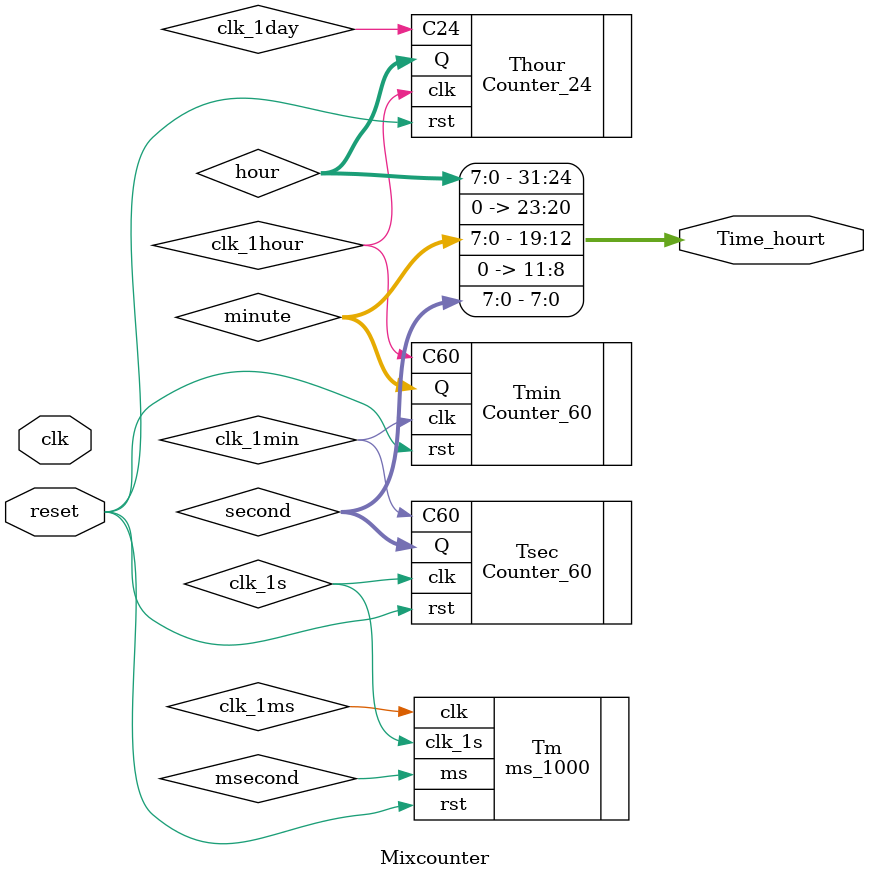
<source format=v>
`timescale 1ns / 1ps
module Mixcounter(input clk, 
						input reset,
						output[31:0] Time_hourt
						);
wire [7:0] hour, minute,second;
						
	assign Time_hourt = {hour, 4'h0, minute, 4'h0, second};
	
	ms_1000		Tm(.clk(clk_1ms), .rst(reset),		//ÃëÊ±ÖÓ·¢ÉúµçÂ·
						.ms(msecond), 							//ºÁÃë¼ÆÊý
						.clk_1s(clk_1s)						//ÃëÊ±ÖÓ
						);	
	Counter_60 	 Tsec(.clk(clk_1s), .rst(reset),				//Ãë¼ÆÊý£¬"·Ö"Ê±ÖÓ·¢ÉúÆ÷
						.Q(second),								//Ãë¼ÆÊ±Êä³ö
						.C60(clk_1min) 						//·ÖÊ±ÖÓ
						);	
						
	Counter_60 	 Tmin(.clk(clk_1min), .rst(reset), 	//·Ö¼ÆÊý£¬"Ð¡Ê±"Ê±ÖÓ·¢ÉúÆ÷
							.Q (minute),						//·Ö¼ÆÊ±Êä³ö
							.C60(clk_1hour) 					//"Ê±"Ê±ÖÓ
							);		
							
	Counter_24	Thour(.clk(clk_1hour), .rst(reset), //"Ê±"¼ÆÊý£¬ÌìÊ±ÖÓ·¢ÉúÆ÷
							.Q(hour),							//Ê±¼ÆÊ±Êä³ö
							.C24(clk_1day)
							);			


endmodule

</source>
